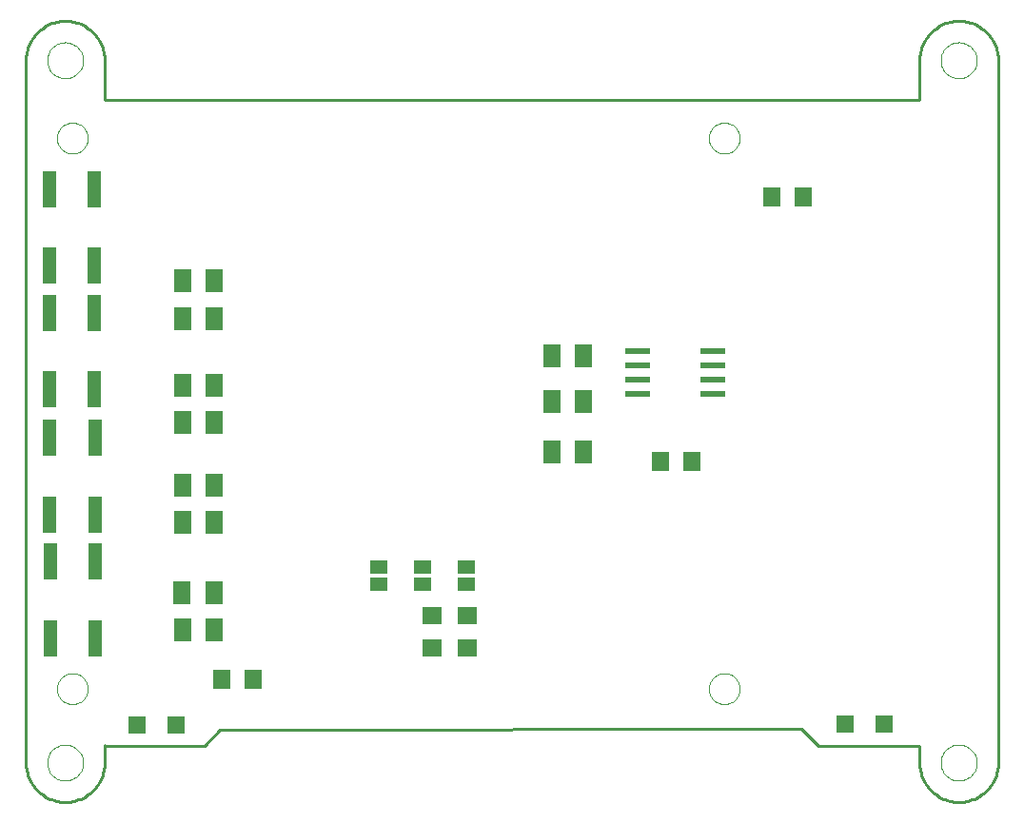
<source format=gtp>
G75*
G70*
%OFA0B0*%
%FSLAX24Y24*%
%IPPOS*%
%LPD*%
%AMOC8*
5,1,8,0,0,1.08239X$1,22.5*
%
%ADD10C,0.0000*%
%ADD11C,0.0100*%
%ADD12R,0.0866X0.0236*%
%ADD13R,0.0630X0.0787*%
%ADD14R,0.0630X0.0709*%
%ADD15R,0.0710X0.0630*%
%ADD16R,0.0630X0.0460*%
%ADD17R,0.0472X0.1260*%
%ADD18R,0.0630X0.0710*%
%ADD19R,0.0591X0.0591*%
D10*
X002501Y002916D02*
X002503Y002966D01*
X002509Y003016D01*
X002519Y003065D01*
X002533Y003113D01*
X002550Y003160D01*
X002571Y003205D01*
X002596Y003249D01*
X002624Y003290D01*
X002656Y003329D01*
X002690Y003366D01*
X002727Y003400D01*
X002767Y003430D01*
X002809Y003457D01*
X002853Y003481D01*
X002899Y003502D01*
X002946Y003518D01*
X002994Y003531D01*
X003044Y003540D01*
X003093Y003545D01*
X003144Y003546D01*
X003194Y003543D01*
X003243Y003536D01*
X003292Y003525D01*
X003340Y003510D01*
X003386Y003492D01*
X003431Y003470D01*
X003474Y003444D01*
X003515Y003415D01*
X003554Y003383D01*
X003590Y003348D01*
X003622Y003310D01*
X003652Y003270D01*
X003679Y003227D01*
X003702Y003183D01*
X003721Y003137D01*
X003737Y003089D01*
X003749Y003040D01*
X003757Y002991D01*
X003761Y002941D01*
X003761Y002891D01*
X003757Y002841D01*
X003749Y002792D01*
X003737Y002743D01*
X003721Y002695D01*
X003702Y002649D01*
X003679Y002605D01*
X003652Y002562D01*
X003622Y002522D01*
X003590Y002484D01*
X003554Y002449D01*
X003515Y002417D01*
X003474Y002388D01*
X003431Y002362D01*
X003386Y002340D01*
X003340Y002322D01*
X003292Y002307D01*
X003243Y002296D01*
X003194Y002289D01*
X003144Y002286D01*
X003093Y002287D01*
X003044Y002292D01*
X002994Y002301D01*
X002946Y002314D01*
X002899Y002330D01*
X002853Y002351D01*
X002809Y002375D01*
X002767Y002402D01*
X002727Y002432D01*
X002690Y002466D01*
X002656Y002503D01*
X002624Y002542D01*
X002596Y002583D01*
X002571Y002627D01*
X002550Y002672D01*
X002533Y002719D01*
X002519Y002767D01*
X002509Y002816D01*
X002503Y002866D01*
X002501Y002916D01*
X002842Y005502D02*
X002844Y005548D01*
X002850Y005593D01*
X002859Y005638D01*
X002873Y005682D01*
X002890Y005725D01*
X002911Y005766D01*
X002935Y005805D01*
X002962Y005842D01*
X002992Y005876D01*
X003026Y005908D01*
X003061Y005937D01*
X003099Y005963D01*
X003139Y005985D01*
X003181Y006004D01*
X003225Y006019D01*
X003269Y006031D01*
X003314Y006039D01*
X003360Y006043D01*
X003406Y006043D01*
X003452Y006039D01*
X003497Y006031D01*
X003541Y006019D01*
X003585Y006004D01*
X003627Y005985D01*
X003667Y005963D01*
X003705Y005937D01*
X003740Y005908D01*
X003774Y005876D01*
X003804Y005842D01*
X003831Y005805D01*
X003855Y005766D01*
X003876Y005725D01*
X003893Y005682D01*
X003907Y005638D01*
X003916Y005593D01*
X003922Y005548D01*
X003924Y005502D01*
X003922Y005456D01*
X003916Y005411D01*
X003907Y005366D01*
X003893Y005322D01*
X003876Y005279D01*
X003855Y005238D01*
X003831Y005199D01*
X003804Y005162D01*
X003774Y005128D01*
X003740Y005096D01*
X003705Y005067D01*
X003667Y005041D01*
X003627Y005019D01*
X003585Y005000D01*
X003541Y004985D01*
X003497Y004973D01*
X003452Y004965D01*
X003406Y004961D01*
X003360Y004961D01*
X003314Y004965D01*
X003269Y004973D01*
X003225Y004985D01*
X003181Y005000D01*
X003139Y005019D01*
X003099Y005041D01*
X003061Y005067D01*
X003026Y005096D01*
X002992Y005128D01*
X002962Y005162D01*
X002935Y005199D01*
X002911Y005238D01*
X002890Y005279D01*
X002873Y005322D01*
X002859Y005366D01*
X002850Y005411D01*
X002844Y005456D01*
X002842Y005502D01*
X025676Y005502D02*
X025678Y005548D01*
X025684Y005593D01*
X025693Y005638D01*
X025707Y005682D01*
X025724Y005725D01*
X025745Y005766D01*
X025769Y005805D01*
X025796Y005842D01*
X025826Y005876D01*
X025860Y005908D01*
X025895Y005937D01*
X025933Y005963D01*
X025973Y005985D01*
X026015Y006004D01*
X026059Y006019D01*
X026103Y006031D01*
X026148Y006039D01*
X026194Y006043D01*
X026240Y006043D01*
X026286Y006039D01*
X026331Y006031D01*
X026375Y006019D01*
X026419Y006004D01*
X026461Y005985D01*
X026501Y005963D01*
X026539Y005937D01*
X026574Y005908D01*
X026608Y005876D01*
X026638Y005842D01*
X026665Y005805D01*
X026689Y005766D01*
X026710Y005725D01*
X026727Y005682D01*
X026741Y005638D01*
X026750Y005593D01*
X026756Y005548D01*
X026758Y005502D01*
X026756Y005456D01*
X026750Y005411D01*
X026741Y005366D01*
X026727Y005322D01*
X026710Y005279D01*
X026689Y005238D01*
X026665Y005199D01*
X026638Y005162D01*
X026608Y005128D01*
X026574Y005096D01*
X026539Y005067D01*
X026501Y005041D01*
X026461Y005019D01*
X026419Y005000D01*
X026375Y004985D01*
X026331Y004973D01*
X026286Y004965D01*
X026240Y004961D01*
X026194Y004961D01*
X026148Y004965D01*
X026103Y004973D01*
X026059Y004985D01*
X026015Y005000D01*
X025973Y005019D01*
X025933Y005041D01*
X025895Y005067D01*
X025860Y005096D01*
X025826Y005128D01*
X025796Y005162D01*
X025769Y005199D01*
X025745Y005238D01*
X025724Y005279D01*
X025707Y005322D01*
X025693Y005366D01*
X025684Y005411D01*
X025678Y005456D01*
X025676Y005502D01*
X033800Y002916D02*
X033802Y002966D01*
X033808Y003016D01*
X033818Y003065D01*
X033832Y003113D01*
X033849Y003160D01*
X033870Y003205D01*
X033895Y003249D01*
X033923Y003290D01*
X033955Y003329D01*
X033989Y003366D01*
X034026Y003400D01*
X034066Y003430D01*
X034108Y003457D01*
X034152Y003481D01*
X034198Y003502D01*
X034245Y003518D01*
X034293Y003531D01*
X034343Y003540D01*
X034392Y003545D01*
X034443Y003546D01*
X034493Y003543D01*
X034542Y003536D01*
X034591Y003525D01*
X034639Y003510D01*
X034685Y003492D01*
X034730Y003470D01*
X034773Y003444D01*
X034814Y003415D01*
X034853Y003383D01*
X034889Y003348D01*
X034921Y003310D01*
X034951Y003270D01*
X034978Y003227D01*
X035001Y003183D01*
X035020Y003137D01*
X035036Y003089D01*
X035048Y003040D01*
X035056Y002991D01*
X035060Y002941D01*
X035060Y002891D01*
X035056Y002841D01*
X035048Y002792D01*
X035036Y002743D01*
X035020Y002695D01*
X035001Y002649D01*
X034978Y002605D01*
X034951Y002562D01*
X034921Y002522D01*
X034889Y002484D01*
X034853Y002449D01*
X034814Y002417D01*
X034773Y002388D01*
X034730Y002362D01*
X034685Y002340D01*
X034639Y002322D01*
X034591Y002307D01*
X034542Y002296D01*
X034493Y002289D01*
X034443Y002286D01*
X034392Y002287D01*
X034343Y002292D01*
X034293Y002301D01*
X034245Y002314D01*
X034198Y002330D01*
X034152Y002351D01*
X034108Y002375D01*
X034066Y002402D01*
X034026Y002432D01*
X033989Y002466D01*
X033955Y002503D01*
X033923Y002542D01*
X033895Y002583D01*
X033870Y002627D01*
X033849Y002672D01*
X033832Y002719D01*
X033818Y002767D01*
X033808Y002816D01*
X033802Y002866D01*
X033800Y002916D01*
X025676Y024793D02*
X025678Y024839D01*
X025684Y024884D01*
X025693Y024929D01*
X025707Y024973D01*
X025724Y025016D01*
X025745Y025057D01*
X025769Y025096D01*
X025796Y025133D01*
X025826Y025167D01*
X025860Y025199D01*
X025895Y025228D01*
X025933Y025254D01*
X025973Y025276D01*
X026015Y025295D01*
X026059Y025310D01*
X026103Y025322D01*
X026148Y025330D01*
X026194Y025334D01*
X026240Y025334D01*
X026286Y025330D01*
X026331Y025322D01*
X026375Y025310D01*
X026419Y025295D01*
X026461Y025276D01*
X026501Y025254D01*
X026539Y025228D01*
X026574Y025199D01*
X026608Y025167D01*
X026638Y025133D01*
X026665Y025096D01*
X026689Y025057D01*
X026710Y025016D01*
X026727Y024973D01*
X026741Y024929D01*
X026750Y024884D01*
X026756Y024839D01*
X026758Y024793D01*
X026756Y024747D01*
X026750Y024702D01*
X026741Y024657D01*
X026727Y024613D01*
X026710Y024570D01*
X026689Y024529D01*
X026665Y024490D01*
X026638Y024453D01*
X026608Y024419D01*
X026574Y024387D01*
X026539Y024358D01*
X026501Y024332D01*
X026461Y024310D01*
X026419Y024291D01*
X026375Y024276D01*
X026331Y024264D01*
X026286Y024256D01*
X026240Y024252D01*
X026194Y024252D01*
X026148Y024256D01*
X026103Y024264D01*
X026059Y024276D01*
X026015Y024291D01*
X025973Y024310D01*
X025933Y024332D01*
X025895Y024358D01*
X025860Y024387D01*
X025826Y024419D01*
X025796Y024453D01*
X025769Y024490D01*
X025745Y024529D01*
X025724Y024570D01*
X025707Y024613D01*
X025693Y024657D01*
X025684Y024702D01*
X025678Y024747D01*
X025676Y024793D01*
X033800Y027522D02*
X033802Y027572D01*
X033808Y027622D01*
X033818Y027671D01*
X033832Y027719D01*
X033849Y027766D01*
X033870Y027811D01*
X033895Y027855D01*
X033923Y027896D01*
X033955Y027935D01*
X033989Y027972D01*
X034026Y028006D01*
X034066Y028036D01*
X034108Y028063D01*
X034152Y028087D01*
X034198Y028108D01*
X034245Y028124D01*
X034293Y028137D01*
X034343Y028146D01*
X034392Y028151D01*
X034443Y028152D01*
X034493Y028149D01*
X034542Y028142D01*
X034591Y028131D01*
X034639Y028116D01*
X034685Y028098D01*
X034730Y028076D01*
X034773Y028050D01*
X034814Y028021D01*
X034853Y027989D01*
X034889Y027954D01*
X034921Y027916D01*
X034951Y027876D01*
X034978Y027833D01*
X035001Y027789D01*
X035020Y027743D01*
X035036Y027695D01*
X035048Y027646D01*
X035056Y027597D01*
X035060Y027547D01*
X035060Y027497D01*
X035056Y027447D01*
X035048Y027398D01*
X035036Y027349D01*
X035020Y027301D01*
X035001Y027255D01*
X034978Y027211D01*
X034951Y027168D01*
X034921Y027128D01*
X034889Y027090D01*
X034853Y027055D01*
X034814Y027023D01*
X034773Y026994D01*
X034730Y026968D01*
X034685Y026946D01*
X034639Y026928D01*
X034591Y026913D01*
X034542Y026902D01*
X034493Y026895D01*
X034443Y026892D01*
X034392Y026893D01*
X034343Y026898D01*
X034293Y026907D01*
X034245Y026920D01*
X034198Y026936D01*
X034152Y026957D01*
X034108Y026981D01*
X034066Y027008D01*
X034026Y027038D01*
X033989Y027072D01*
X033955Y027109D01*
X033923Y027148D01*
X033895Y027189D01*
X033870Y027233D01*
X033849Y027278D01*
X033832Y027325D01*
X033818Y027373D01*
X033808Y027422D01*
X033802Y027472D01*
X033800Y027522D01*
X002842Y024793D02*
X002844Y024839D01*
X002850Y024884D01*
X002859Y024929D01*
X002873Y024973D01*
X002890Y025016D01*
X002911Y025057D01*
X002935Y025096D01*
X002962Y025133D01*
X002992Y025167D01*
X003026Y025199D01*
X003061Y025228D01*
X003099Y025254D01*
X003139Y025276D01*
X003181Y025295D01*
X003225Y025310D01*
X003269Y025322D01*
X003314Y025330D01*
X003360Y025334D01*
X003406Y025334D01*
X003452Y025330D01*
X003497Y025322D01*
X003541Y025310D01*
X003585Y025295D01*
X003627Y025276D01*
X003667Y025254D01*
X003705Y025228D01*
X003740Y025199D01*
X003774Y025167D01*
X003804Y025133D01*
X003831Y025096D01*
X003855Y025057D01*
X003876Y025016D01*
X003893Y024973D01*
X003907Y024929D01*
X003916Y024884D01*
X003922Y024839D01*
X003924Y024793D01*
X003922Y024747D01*
X003916Y024702D01*
X003907Y024657D01*
X003893Y024613D01*
X003876Y024570D01*
X003855Y024529D01*
X003831Y024490D01*
X003804Y024453D01*
X003774Y024419D01*
X003740Y024387D01*
X003705Y024358D01*
X003667Y024332D01*
X003627Y024310D01*
X003585Y024291D01*
X003541Y024276D01*
X003497Y024264D01*
X003452Y024256D01*
X003406Y024252D01*
X003360Y024252D01*
X003314Y024256D01*
X003269Y024264D01*
X003225Y024276D01*
X003181Y024291D01*
X003139Y024310D01*
X003099Y024332D01*
X003061Y024358D01*
X003026Y024387D01*
X002992Y024419D01*
X002962Y024453D01*
X002935Y024490D01*
X002911Y024529D01*
X002890Y024570D01*
X002873Y024613D01*
X002859Y024657D01*
X002850Y024702D01*
X002844Y024747D01*
X002842Y024793D01*
X002501Y027522D02*
X002503Y027572D01*
X002509Y027622D01*
X002519Y027671D01*
X002533Y027719D01*
X002550Y027766D01*
X002571Y027811D01*
X002596Y027855D01*
X002624Y027896D01*
X002656Y027935D01*
X002690Y027972D01*
X002727Y028006D01*
X002767Y028036D01*
X002809Y028063D01*
X002853Y028087D01*
X002899Y028108D01*
X002946Y028124D01*
X002994Y028137D01*
X003044Y028146D01*
X003093Y028151D01*
X003144Y028152D01*
X003194Y028149D01*
X003243Y028142D01*
X003292Y028131D01*
X003340Y028116D01*
X003386Y028098D01*
X003431Y028076D01*
X003474Y028050D01*
X003515Y028021D01*
X003554Y027989D01*
X003590Y027954D01*
X003622Y027916D01*
X003652Y027876D01*
X003679Y027833D01*
X003702Y027789D01*
X003721Y027743D01*
X003737Y027695D01*
X003749Y027646D01*
X003757Y027597D01*
X003761Y027547D01*
X003761Y027497D01*
X003757Y027447D01*
X003749Y027398D01*
X003737Y027349D01*
X003721Y027301D01*
X003702Y027255D01*
X003679Y027211D01*
X003652Y027168D01*
X003622Y027128D01*
X003590Y027090D01*
X003554Y027055D01*
X003515Y027023D01*
X003474Y026994D01*
X003431Y026968D01*
X003386Y026946D01*
X003340Y026928D01*
X003292Y026913D01*
X003243Y026902D01*
X003194Y026895D01*
X003144Y026892D01*
X003093Y026893D01*
X003044Y026898D01*
X002994Y026907D01*
X002946Y026920D01*
X002899Y026936D01*
X002853Y026957D01*
X002809Y026981D01*
X002767Y027008D01*
X002727Y027038D01*
X002690Y027072D01*
X002656Y027109D01*
X002624Y027148D01*
X002596Y027189D01*
X002571Y027233D01*
X002550Y027278D01*
X002533Y027325D01*
X002519Y027373D01*
X002509Y027422D01*
X002503Y027472D01*
X002501Y027522D01*
D11*
X001753Y027522D02*
X001753Y002916D01*
X001755Y002843D01*
X001761Y002770D01*
X001771Y002697D01*
X001784Y002625D01*
X001802Y002553D01*
X001823Y002483D01*
X001848Y002414D01*
X001876Y002347D01*
X001908Y002281D01*
X001944Y002216D01*
X001983Y002154D01*
X002025Y002094D01*
X002070Y002036D01*
X002118Y001981D01*
X002170Y001929D01*
X002224Y001879D01*
X002280Y001832D01*
X002339Y001788D01*
X002400Y001748D01*
X002463Y001711D01*
X002528Y001677D01*
X002595Y001646D01*
X002664Y001620D01*
X002733Y001597D01*
X002804Y001577D01*
X002876Y001562D01*
X002948Y001550D01*
X003021Y001542D01*
X003094Y001538D01*
X003168Y001538D01*
X003241Y001542D01*
X003314Y001550D01*
X003386Y001562D01*
X003458Y001577D01*
X003529Y001597D01*
X003598Y001620D01*
X003667Y001646D01*
X003734Y001677D01*
X003799Y001711D01*
X003862Y001748D01*
X003923Y001788D01*
X003982Y001832D01*
X004038Y001879D01*
X004092Y001929D01*
X004144Y001981D01*
X004192Y002036D01*
X004237Y002094D01*
X004279Y002154D01*
X004318Y002216D01*
X004354Y002281D01*
X004386Y002347D01*
X004414Y002414D01*
X004439Y002483D01*
X004460Y002553D01*
X004478Y002625D01*
X004491Y002697D01*
X004501Y002770D01*
X004507Y002843D01*
X004509Y002916D01*
X004509Y003500D01*
X004531Y003523D01*
X004507Y003514D02*
X008050Y003514D01*
X008020Y003514D02*
X004567Y003514D01*
X004509Y003500D01*
X008020Y003514D02*
X008565Y004060D01*
X028909Y004097D01*
X029499Y003507D01*
X033052Y003507D01*
X033036Y003495D01*
X033052Y003506D01*
X029509Y003506D01*
X033052Y003506D02*
X033052Y002916D01*
X033054Y002843D01*
X033060Y002770D01*
X033070Y002697D01*
X033083Y002625D01*
X033101Y002553D01*
X033122Y002483D01*
X033147Y002414D01*
X033175Y002347D01*
X033207Y002281D01*
X033243Y002216D01*
X033282Y002154D01*
X033324Y002094D01*
X033369Y002036D01*
X033417Y001981D01*
X033469Y001929D01*
X033523Y001879D01*
X033579Y001832D01*
X033638Y001788D01*
X033699Y001748D01*
X033762Y001711D01*
X033827Y001677D01*
X033894Y001646D01*
X033963Y001620D01*
X034032Y001597D01*
X034103Y001577D01*
X034175Y001562D01*
X034247Y001550D01*
X034320Y001542D01*
X034393Y001538D01*
X034467Y001538D01*
X034540Y001542D01*
X034613Y001550D01*
X034685Y001562D01*
X034757Y001577D01*
X034828Y001597D01*
X034897Y001620D01*
X034966Y001646D01*
X035033Y001677D01*
X035098Y001711D01*
X035161Y001748D01*
X035222Y001788D01*
X035281Y001832D01*
X035337Y001879D01*
X035391Y001929D01*
X035443Y001981D01*
X035491Y002036D01*
X035536Y002094D01*
X035578Y002154D01*
X035617Y002216D01*
X035653Y002281D01*
X035685Y002347D01*
X035713Y002414D01*
X035738Y002483D01*
X035759Y002553D01*
X035777Y002625D01*
X035790Y002697D01*
X035800Y002770D01*
X035806Y002843D01*
X035808Y002916D01*
X035808Y027522D01*
X035806Y027595D01*
X035800Y027668D01*
X035790Y027741D01*
X035777Y027813D01*
X035759Y027885D01*
X035738Y027955D01*
X035713Y028024D01*
X035685Y028091D01*
X035653Y028157D01*
X035617Y028222D01*
X035578Y028284D01*
X035536Y028344D01*
X035491Y028402D01*
X035443Y028457D01*
X035391Y028509D01*
X035337Y028559D01*
X035281Y028606D01*
X035222Y028650D01*
X035161Y028690D01*
X035098Y028727D01*
X035033Y028761D01*
X034966Y028792D01*
X034897Y028818D01*
X034828Y028841D01*
X034757Y028861D01*
X034685Y028876D01*
X034613Y028888D01*
X034540Y028896D01*
X034467Y028900D01*
X034393Y028900D01*
X034320Y028896D01*
X034247Y028888D01*
X034175Y028876D01*
X034103Y028861D01*
X034032Y028841D01*
X033963Y028818D01*
X033894Y028792D01*
X033827Y028761D01*
X033762Y028727D01*
X033699Y028690D01*
X033638Y028650D01*
X033579Y028606D01*
X033523Y028559D01*
X033469Y028509D01*
X033417Y028457D01*
X033369Y028402D01*
X033324Y028344D01*
X033282Y028284D01*
X033243Y028222D01*
X033207Y028157D01*
X033175Y028091D01*
X033147Y028024D01*
X033122Y027955D01*
X033101Y027885D01*
X033083Y027813D01*
X033070Y027741D01*
X033060Y027668D01*
X033054Y027595D01*
X033052Y027522D01*
X033052Y026144D01*
X004509Y026144D01*
X004509Y027522D01*
X004507Y027595D01*
X004501Y027668D01*
X004491Y027741D01*
X004478Y027813D01*
X004460Y027885D01*
X004439Y027955D01*
X004414Y028024D01*
X004386Y028091D01*
X004354Y028157D01*
X004318Y028222D01*
X004279Y028284D01*
X004237Y028344D01*
X004192Y028402D01*
X004144Y028457D01*
X004092Y028509D01*
X004038Y028559D01*
X003982Y028606D01*
X003923Y028650D01*
X003862Y028690D01*
X003799Y028727D01*
X003734Y028761D01*
X003667Y028792D01*
X003598Y028818D01*
X003529Y028841D01*
X003458Y028861D01*
X003386Y028876D01*
X003314Y028888D01*
X003241Y028896D01*
X003168Y028900D01*
X003094Y028900D01*
X003021Y028896D01*
X002948Y028888D01*
X002876Y028876D01*
X002804Y028861D01*
X002733Y028841D01*
X002664Y028818D01*
X002595Y028792D01*
X002528Y028761D01*
X002463Y028727D01*
X002400Y028690D01*
X002339Y028650D01*
X002280Y028606D01*
X002224Y028559D01*
X002170Y028509D01*
X002118Y028457D01*
X002070Y028402D01*
X002025Y028344D01*
X001983Y028284D01*
X001944Y028222D01*
X001908Y028157D01*
X001876Y028091D01*
X001848Y028024D01*
X001823Y027955D01*
X001802Y027885D01*
X001784Y027813D01*
X001771Y027741D01*
X001761Y027668D01*
X001755Y027595D01*
X001753Y027522D01*
D12*
X023184Y017340D03*
X023184Y016840D03*
X023184Y016340D03*
X023184Y015840D03*
X025806Y015840D03*
X025806Y016340D03*
X025806Y016840D03*
X025806Y017340D03*
D13*
X021291Y017184D03*
X020188Y017184D03*
X020188Y015559D03*
X021291Y015559D03*
X021291Y013809D03*
X020188Y013809D03*
X008340Y014831D03*
X007238Y014831D03*
X007241Y016141D03*
X008343Y016141D03*
X008342Y018461D03*
X007240Y018461D03*
X007239Y019786D03*
X008341Y019786D03*
X008344Y012626D03*
X007242Y012626D03*
X007242Y011334D03*
X008344Y011334D03*
X008333Y008857D03*
X007231Y008857D03*
X007241Y007564D03*
X008343Y007564D03*
D14*
X023974Y013459D03*
X025077Y013459D03*
D15*
X017205Y008060D03*
X015978Y008056D03*
X015978Y006936D03*
X017205Y006940D03*
D16*
X017179Y009170D03*
X017179Y009770D03*
X015635Y009760D03*
X015635Y009160D03*
X014101Y009165D03*
X014101Y009765D03*
D17*
X004183Y009960D03*
X002608Y009960D03*
X002592Y011608D03*
X004167Y011608D03*
X004167Y014285D03*
X002592Y014285D03*
X002584Y015994D03*
X004159Y015994D03*
X004159Y018671D03*
X002584Y018671D03*
X002588Y020326D03*
X004162Y020326D03*
X004162Y023003D03*
X002588Y023003D03*
X002608Y007283D03*
X004183Y007283D03*
D18*
X008600Y005827D03*
X009720Y005827D03*
X027869Y022750D03*
X028989Y022750D03*
D19*
X030452Y004261D03*
X031830Y004261D03*
X007021Y004232D03*
X005643Y004232D03*
M02*

</source>
